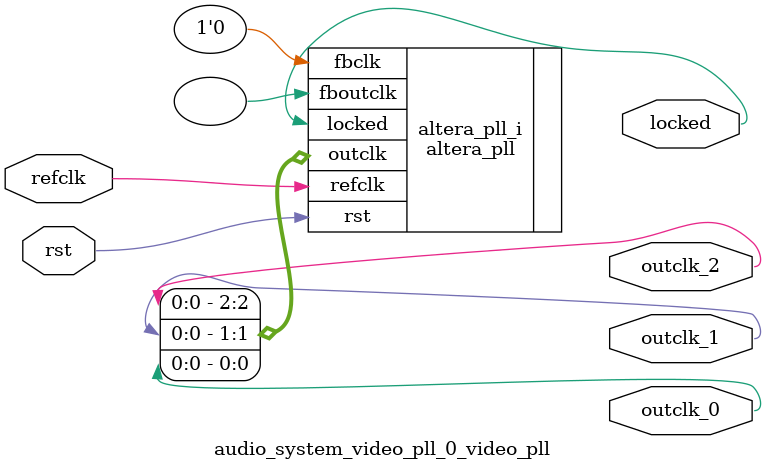
<source format=v>
`timescale 1ns/10ps
module  audio_system_video_pll_0_video_pll(

	// interface 'refclk'
	input wire refclk,

	// interface 'reset'
	input wire rst,

	// interface 'outclk0'
	output wire outclk_0,

	// interface 'outclk1'
	output wire outclk_1,

	// interface 'outclk2'
	output wire outclk_2,

	// interface 'locked'
	output wire locked
);

	altera_pll #(
		.fractional_vco_multiplier("false"),
		.reference_clock_frequency("50.0 MHz"),
		.operation_mode("direct"),
		.number_of_clocks(3),
		.output_clock_frequency0("25.000000 MHz"),
		.phase_shift0("0 ps"),
		.duty_cycle0(50),
		.output_clock_frequency1("25.000000 MHz"),
		.phase_shift1("0 ps"),
		.duty_cycle1(50),
		.output_clock_frequency2("33.000000 MHz"),
		.phase_shift2("0 ps"),
		.duty_cycle2(50),
		.output_clock_frequency3("0 MHz"),
		.phase_shift3("0 ps"),
		.duty_cycle3(50),
		.output_clock_frequency4("0 MHz"),
		.phase_shift4("0 ps"),
		.duty_cycle4(50),
		.output_clock_frequency5("0 MHz"),
		.phase_shift5("0 ps"),
		.duty_cycle5(50),
		.output_clock_frequency6("0 MHz"),
		.phase_shift6("0 ps"),
		.duty_cycle6(50),
		.output_clock_frequency7("0 MHz"),
		.phase_shift7("0 ps"),
		.duty_cycle7(50),
		.output_clock_frequency8("0 MHz"),
		.phase_shift8("0 ps"),
		.duty_cycle8(50),
		.output_clock_frequency9("0 MHz"),
		.phase_shift9("0 ps"),
		.duty_cycle9(50),
		.output_clock_frequency10("0 MHz"),
		.phase_shift10("0 ps"),
		.duty_cycle10(50),
		.output_clock_frequency11("0 MHz"),
		.phase_shift11("0 ps"),
		.duty_cycle11(50),
		.output_clock_frequency12("0 MHz"),
		.phase_shift12("0 ps"),
		.duty_cycle12(50),
		.output_clock_frequency13("0 MHz"),
		.phase_shift13("0 ps"),
		.duty_cycle13(50),
		.output_clock_frequency14("0 MHz"),
		.phase_shift14("0 ps"),
		.duty_cycle14(50),
		.output_clock_frequency15("0 MHz"),
		.phase_shift15("0 ps"),
		.duty_cycle15(50),
		.output_clock_frequency16("0 MHz"),
		.phase_shift16("0 ps"),
		.duty_cycle16(50),
		.output_clock_frequency17("0 MHz"),
		.phase_shift17("0 ps"),
		.duty_cycle17(50),
		.pll_type("General"),
		.pll_subtype("General")
	) altera_pll_i (
		.rst	(rst),
		.outclk	({outclk_2, outclk_1, outclk_0}),
		.locked	(locked),
		.fboutclk	( ),
		.fbclk	(1'b0),
		.refclk	(refclk)
	);
endmodule


</source>
